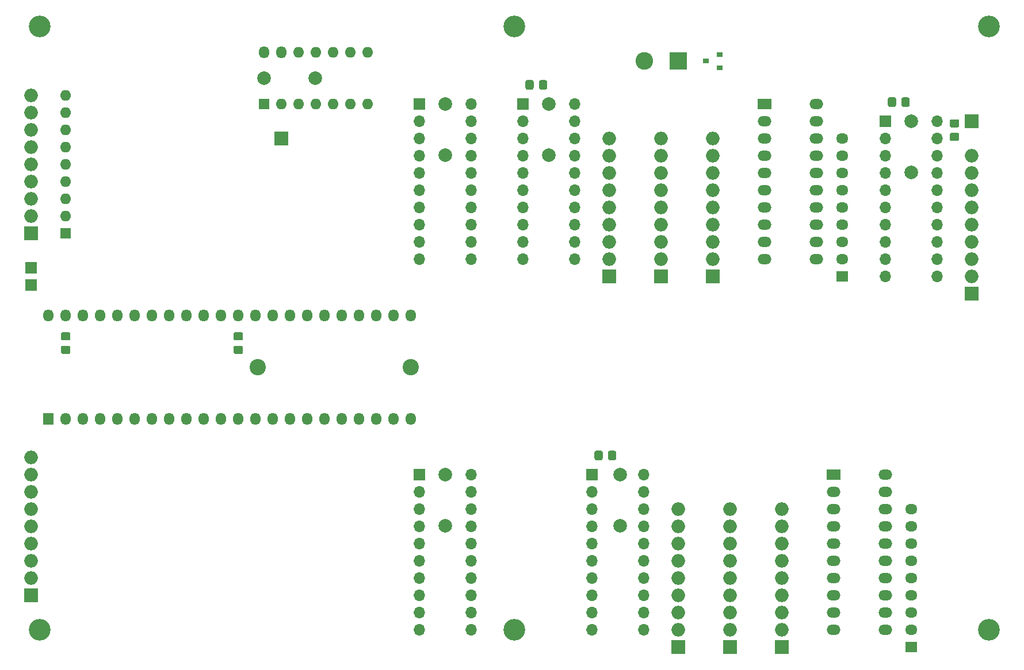
<source format=gbr>
%TF.GenerationSoftware,KiCad,Pcbnew,(5.1.8)-1*%
%TF.CreationDate,2024-08-14T23:24:58+03:00*%
%TF.ProjectId,ROM,524f4d2e-6b69-4636-9164-5f7063625858,rev?*%
%TF.SameCoordinates,Original*%
%TF.FileFunction,Soldermask,Bot*%
%TF.FilePolarity,Negative*%
%FSLAX46Y46*%
G04 Gerber Fmt 4.6, Leading zero omitted, Abs format (unit mm)*
G04 Created by KiCad (PCBNEW (5.1.8)-1) date 2024-08-14 23:24:58*
%MOMM*%
%LPD*%
G01*
G04 APERTURE LIST*
%ADD10C,2.000000*%
%ADD11C,2.400000*%
%ADD12R,0.900000X0.800000*%
%ADD13C,3.200000*%
%ADD14R,1.700000X1.700000*%
%ADD15O,2.000000X2.000000*%
%ADD16R,2.000000X2.000000*%
%ADD17O,1.800000X1.500000*%
%ADD18R,1.800000X1.500000*%
%ADD19O,2.000000X1.500000*%
%ADD20R,2.000000X1.500000*%
%ADD21O,1.600000X1.600000*%
%ADD22R,1.600000X1.600000*%
%ADD23O,1.500000X1.800000*%
%ADD24R,1.500000X1.800000*%
%ADD25C,2.600000*%
%ADD26R,2.600000X2.600000*%
%ADD27O,1.700000X1.700000*%
G04 APERTURE END LIST*
D10*
%TO.C,C7*%
X143510000Y-36710000D03*
X143510000Y-29210000D03*
%TD*%
%TO.C,C6*%
X55760000Y-22860000D03*
X48260000Y-22860000D03*
%TD*%
%TO.C,C5*%
X100647500Y-88780000D03*
X100647500Y-81280000D03*
%TD*%
%TO.C,C4*%
X90170000Y-34170000D03*
X90170000Y-26670000D03*
%TD*%
%TO.C,C3*%
X74930000Y-34170000D03*
X74930000Y-26670000D03*
%TD*%
%TO.C,C2*%
X74930000Y-88780000D03*
X74930000Y-81280000D03*
%TD*%
D11*
%TO.C,C1*%
X47350000Y-65405000D03*
X69850000Y-65405000D03*
%TD*%
D12*
%TO.C,Q1*%
X113300000Y-20320000D03*
X115300000Y-21270000D03*
X115300000Y-19370000D03*
%TD*%
D13*
%TO.C,H6*%
X85090000Y-104140000D03*
%TD*%
%TO.C,H5*%
X85090000Y-15240000D03*
%TD*%
D14*
%TO.C,J14*%
X13970000Y-50800000D03*
%TD*%
D15*
%TO.C,J13*%
X114300000Y-31750000D03*
X114300000Y-34290000D03*
X114300000Y-36830000D03*
X114300000Y-39370000D03*
X114300000Y-41910000D03*
X114300000Y-44450000D03*
X114300000Y-46990000D03*
X114300000Y-49530000D03*
D16*
X114300000Y-52070000D03*
%TD*%
D17*
%TO.C,RN3*%
X133350000Y-31750000D03*
X133350000Y-34290000D03*
X133350000Y-36830000D03*
X133350000Y-39370000D03*
X133350000Y-41910000D03*
X133350000Y-44450000D03*
X133350000Y-46990000D03*
X133350000Y-49530000D03*
D18*
X133350000Y-52070000D03*
%TD*%
D19*
%TO.C,BAR2*%
X129540000Y-26670000D03*
X129540000Y-29210000D03*
X129540000Y-31750000D03*
X129540000Y-34290000D03*
X121920000Y-46990000D03*
X121920000Y-49530000D03*
X129540000Y-49530000D03*
X129540000Y-46990000D03*
X121920000Y-44450000D03*
X121920000Y-41910000D03*
X121920000Y-39370000D03*
X121920000Y-36830000D03*
X129540000Y-36830000D03*
X129540000Y-39370000D03*
X129540000Y-41910000D03*
X129540000Y-44450000D03*
X121920000Y-34290000D03*
X121920000Y-31750000D03*
X121920000Y-29210000D03*
D20*
X121920000Y-26670000D03*
%TD*%
D19*
%TO.C,BAR1*%
X139700000Y-81280000D03*
X139700000Y-83820000D03*
X139700000Y-86360000D03*
X139700000Y-88900000D03*
X132080000Y-101600000D03*
X132080000Y-104140000D03*
X139700000Y-104140000D03*
X139700000Y-101600000D03*
X132080000Y-99060000D03*
X132080000Y-96520000D03*
X132080000Y-93980000D03*
X132080000Y-91440000D03*
X139700000Y-91440000D03*
X139700000Y-93980000D03*
X139700000Y-96520000D03*
X139700000Y-99060000D03*
X132080000Y-88900000D03*
X132080000Y-86360000D03*
X132080000Y-83820000D03*
D20*
X132080000Y-81280000D03*
%TD*%
D17*
%TO.C,RN2*%
X143510000Y-86360000D03*
X143510000Y-88900000D03*
X143510000Y-91440000D03*
X143510000Y-93980000D03*
X143510000Y-96520000D03*
X143510000Y-99060000D03*
X143510000Y-101600000D03*
X143510000Y-104140000D03*
D18*
X143510000Y-106680000D03*
%TD*%
%TO.C,R6*%
G36*
G01*
X150310001Y-30080000D02*
X149409999Y-30080000D01*
G75*
G02*
X149160000Y-29830001I0J249999D01*
G01*
X149160000Y-29129999D01*
G75*
G02*
X149409999Y-28880000I249999J0D01*
G01*
X150310001Y-28880000D01*
G75*
G02*
X150560000Y-29129999I0J-249999D01*
G01*
X150560000Y-29830001D01*
G75*
G02*
X150310001Y-30080000I-249999J0D01*
G01*
G37*
G36*
G01*
X150310001Y-32080000D02*
X149409999Y-32080000D01*
G75*
G02*
X149160000Y-31830001I0J249999D01*
G01*
X149160000Y-31129999D01*
G75*
G02*
X149409999Y-30880000I249999J0D01*
G01*
X150310001Y-30880000D01*
G75*
G02*
X150560000Y-31129999I0J-249999D01*
G01*
X150560000Y-31830001D01*
G75*
G02*
X150310001Y-32080000I-249999J0D01*
G01*
G37*
%TD*%
D21*
%TO.C,RN1*%
X19050000Y-25400000D03*
X19050000Y-27940000D03*
X19050000Y-30480000D03*
X19050000Y-33020000D03*
X19050000Y-35560000D03*
X19050000Y-38100000D03*
X19050000Y-40640000D03*
X19050000Y-43180000D03*
D22*
X19050000Y-45720000D03*
%TD*%
D23*
%TO.C,U1*%
X67310000Y-57785000D03*
X69850000Y-57785000D03*
X69850000Y-73025000D03*
X67310000Y-73025000D03*
X16510000Y-57785000D03*
X64770000Y-73025000D03*
X19050000Y-57785000D03*
X62230000Y-73025000D03*
X21590000Y-57785000D03*
X59690000Y-73025000D03*
X24130000Y-57785000D03*
X57150000Y-73025000D03*
X26670000Y-57785000D03*
X54610000Y-73025000D03*
X29210000Y-57785000D03*
X52070000Y-73025000D03*
X31750000Y-57785000D03*
X49530000Y-73025000D03*
X34290000Y-57785000D03*
X46990000Y-73025000D03*
X36830000Y-57785000D03*
X44450000Y-73025000D03*
X39370000Y-57785000D03*
X41910000Y-73025000D03*
X41910000Y-57785000D03*
X39370000Y-73025000D03*
X44450000Y-57785000D03*
X36830000Y-73025000D03*
X46990000Y-57785000D03*
X34290000Y-73025000D03*
X49530000Y-57785000D03*
X31750000Y-73025000D03*
X52070000Y-57785000D03*
X29210000Y-73025000D03*
X54610000Y-57785000D03*
X26670000Y-73025000D03*
X57150000Y-57785000D03*
X24130000Y-73025000D03*
X59690000Y-57785000D03*
X21590000Y-73025000D03*
X62230000Y-57785000D03*
X19050000Y-73025000D03*
X64770000Y-57785000D03*
D24*
X16510000Y-73025000D03*
%TD*%
D13*
%TO.C,H4*%
X154940000Y-104140000D03*
%TD*%
%TO.C,H3*%
X15240000Y-104140000D03*
%TD*%
%TO.C,H2*%
X154940000Y-15240000D03*
%TD*%
%TO.C,H1*%
X15240000Y-15240000D03*
%TD*%
D15*
%TO.C,J12*%
X13970000Y-25400000D03*
X13970000Y-27940000D03*
X13970000Y-30480000D03*
X13970000Y-33020000D03*
X13970000Y-35560000D03*
X13970000Y-38100000D03*
X13970000Y-40640000D03*
X13970000Y-43180000D03*
D16*
X13970000Y-45720000D03*
%TD*%
D15*
%TO.C,J3*%
X13970000Y-78740000D03*
X13970000Y-81280000D03*
X13970000Y-83820000D03*
X13970000Y-86360000D03*
X13970000Y-88900000D03*
X13970000Y-91440000D03*
X13970000Y-93980000D03*
X13970000Y-96520000D03*
D16*
X13970000Y-99060000D03*
%TD*%
%TO.C,J11*%
X152400000Y-29210000D03*
%TD*%
%TO.C,J10*%
X50800000Y-31750000D03*
%TD*%
D14*
%TO.C,J9*%
X13970000Y-53340000D03*
%TD*%
%TO.C,R5*%
G36*
G01*
X142052500Y-26802501D02*
X142052500Y-25902499D01*
G75*
G02*
X142302499Y-25652500I249999J0D01*
G01*
X143002501Y-25652500D01*
G75*
G02*
X143252500Y-25902499I0J-249999D01*
G01*
X143252500Y-26802501D01*
G75*
G02*
X143002501Y-27052500I-249999J0D01*
G01*
X142302499Y-27052500D01*
G75*
G02*
X142052500Y-26802501I0J249999D01*
G01*
G37*
G36*
G01*
X140052500Y-26802501D02*
X140052500Y-25902499D01*
G75*
G02*
X140302499Y-25652500I249999J0D01*
G01*
X141002501Y-25652500D01*
G75*
G02*
X141252500Y-25902499I0J-249999D01*
G01*
X141252500Y-26802501D01*
G75*
G02*
X141002501Y-27052500I-249999J0D01*
G01*
X140302499Y-27052500D01*
G75*
G02*
X140052500Y-26802501I0J249999D01*
G01*
G37*
%TD*%
%TO.C,R4*%
G36*
G01*
X88712500Y-24262501D02*
X88712500Y-23362499D01*
G75*
G02*
X88962499Y-23112500I249999J0D01*
G01*
X89662501Y-23112500D01*
G75*
G02*
X89912500Y-23362499I0J-249999D01*
G01*
X89912500Y-24262501D01*
G75*
G02*
X89662501Y-24512500I-249999J0D01*
G01*
X88962499Y-24512500D01*
G75*
G02*
X88712500Y-24262501I0J249999D01*
G01*
G37*
G36*
G01*
X86712500Y-24262501D02*
X86712500Y-23362499D01*
G75*
G02*
X86962499Y-23112500I249999J0D01*
G01*
X87662501Y-23112500D01*
G75*
G02*
X87912500Y-23362499I0J-249999D01*
G01*
X87912500Y-24262501D01*
G75*
G02*
X87662501Y-24512500I-249999J0D01*
G01*
X86962499Y-24512500D01*
G75*
G02*
X86712500Y-24262501I0J249999D01*
G01*
G37*
%TD*%
%TO.C,R3*%
G36*
G01*
X98872500Y-78872501D02*
X98872500Y-77972499D01*
G75*
G02*
X99122499Y-77722500I249999J0D01*
G01*
X99822501Y-77722500D01*
G75*
G02*
X100072500Y-77972499I0J-249999D01*
G01*
X100072500Y-78872501D01*
G75*
G02*
X99822501Y-79122500I-249999J0D01*
G01*
X99122499Y-79122500D01*
G75*
G02*
X98872500Y-78872501I0J249999D01*
G01*
G37*
G36*
G01*
X96872500Y-78872501D02*
X96872500Y-77972499D01*
G75*
G02*
X97122499Y-77722500I249999J0D01*
G01*
X97822501Y-77722500D01*
G75*
G02*
X98072500Y-77972499I0J-249999D01*
G01*
X98072500Y-78872501D01*
G75*
G02*
X97822501Y-79122500I-249999J0D01*
G01*
X97122499Y-79122500D01*
G75*
G02*
X96872500Y-78872501I0J249999D01*
G01*
G37*
%TD*%
D15*
%TO.C,J8*%
X106680000Y-31750000D03*
X106680000Y-34290000D03*
X106680000Y-36830000D03*
X106680000Y-39370000D03*
X106680000Y-41910000D03*
X106680000Y-44450000D03*
X106680000Y-46990000D03*
X106680000Y-49530000D03*
D16*
X106680000Y-52070000D03*
%TD*%
D15*
%TO.C,J7*%
X99060000Y-31750000D03*
X99060000Y-34290000D03*
X99060000Y-36830000D03*
X99060000Y-39370000D03*
X99060000Y-41910000D03*
X99060000Y-44450000D03*
X99060000Y-46990000D03*
X99060000Y-49530000D03*
D16*
X99060000Y-52070000D03*
%TD*%
D15*
%TO.C,J6*%
X124460000Y-86360000D03*
X124460000Y-88900000D03*
X124460000Y-91440000D03*
X124460000Y-93980000D03*
X124460000Y-96520000D03*
X124460000Y-99060000D03*
X124460000Y-101600000D03*
X124460000Y-104140000D03*
D16*
X124460000Y-106680000D03*
%TD*%
D15*
%TO.C,J5*%
X116840000Y-86360000D03*
X116840000Y-88900000D03*
X116840000Y-91440000D03*
X116840000Y-93980000D03*
X116840000Y-96520000D03*
X116840000Y-99060000D03*
X116840000Y-101600000D03*
X116840000Y-104140000D03*
D16*
X116840000Y-106680000D03*
%TD*%
D25*
%TO.C,J4*%
X104220000Y-20320000D03*
D26*
X109220000Y-20320000D03*
%TD*%
D15*
%TO.C,J2*%
X152400000Y-34290000D03*
X152400000Y-36830000D03*
X152400000Y-39370000D03*
X152400000Y-41910000D03*
X152400000Y-44450000D03*
X152400000Y-46990000D03*
X152400000Y-49530000D03*
X152400000Y-52070000D03*
D16*
X152400000Y-54610000D03*
%TD*%
D15*
%TO.C,J1*%
X109220000Y-86360000D03*
X109220000Y-88900000D03*
X109220000Y-91440000D03*
X109220000Y-93980000D03*
X109220000Y-96520000D03*
X109220000Y-99060000D03*
X109220000Y-101600000D03*
X109220000Y-104140000D03*
D16*
X109220000Y-106680000D03*
%TD*%
D27*
%TO.C,U7*%
X104140000Y-81280000D03*
X96520000Y-104140000D03*
X104140000Y-83820000D03*
X96520000Y-101600000D03*
X104140000Y-86360000D03*
X96520000Y-99060000D03*
X104140000Y-88900000D03*
X96520000Y-96520000D03*
X104140000Y-91440000D03*
X96520000Y-93980000D03*
X104140000Y-93980000D03*
X96520000Y-91440000D03*
X104140000Y-96520000D03*
X96520000Y-88900000D03*
X104140000Y-99060000D03*
X96520000Y-86360000D03*
X104140000Y-101600000D03*
X96520000Y-83820000D03*
X104140000Y-104140000D03*
D14*
X96520000Y-81280000D03*
%TD*%
D23*
%TO.C,U6*%
X48260000Y-19050000D03*
D21*
X63500000Y-26670000D03*
D23*
X50800000Y-19050000D03*
D21*
X60960000Y-26670000D03*
X53340000Y-19050000D03*
X58420000Y-26670000D03*
X55880000Y-19050000D03*
X55880000Y-26670000D03*
X58420000Y-19050000D03*
X53340000Y-26670000D03*
X60960000Y-19050000D03*
X50800000Y-26670000D03*
X63500000Y-19050000D03*
D22*
X48260000Y-26670000D03*
%TD*%
D27*
%TO.C,U5*%
X147320000Y-29210000D03*
X139700000Y-52070000D03*
X147320000Y-31750000D03*
X139700000Y-49530000D03*
X147320000Y-34290000D03*
X139700000Y-46990000D03*
X147320000Y-36830000D03*
X139700000Y-44450000D03*
X147320000Y-39370000D03*
X139700000Y-41910000D03*
X147320000Y-41910000D03*
X139700000Y-39370000D03*
X147320000Y-44450000D03*
X139700000Y-36830000D03*
X147320000Y-46990000D03*
X139700000Y-34290000D03*
X147320000Y-49530000D03*
X139700000Y-31750000D03*
X147320000Y-52070000D03*
D14*
X139700000Y-29210000D03*
%TD*%
D27*
%TO.C,U4*%
X93980000Y-26670000D03*
X86360000Y-49530000D03*
X93980000Y-29210000D03*
X86360000Y-46990000D03*
X93980000Y-31750000D03*
X86360000Y-44450000D03*
X93980000Y-34290000D03*
X86360000Y-41910000D03*
X93980000Y-36830000D03*
X86360000Y-39370000D03*
X93980000Y-39370000D03*
X86360000Y-36830000D03*
X93980000Y-41910000D03*
X86360000Y-34290000D03*
X93980000Y-44450000D03*
X86360000Y-31750000D03*
X93980000Y-46990000D03*
X86360000Y-29210000D03*
X93980000Y-49530000D03*
D14*
X86360000Y-26670000D03*
%TD*%
%TO.C,R2*%
G36*
G01*
X43999999Y-62265000D02*
X44900001Y-62265000D01*
G75*
G02*
X45150000Y-62514999I0J-249999D01*
G01*
X45150000Y-63215001D01*
G75*
G02*
X44900001Y-63465000I-249999J0D01*
G01*
X43999999Y-63465000D01*
G75*
G02*
X43750000Y-63215001I0J249999D01*
G01*
X43750000Y-62514999D01*
G75*
G02*
X43999999Y-62265000I249999J0D01*
G01*
G37*
G36*
G01*
X43999999Y-60265000D02*
X44900001Y-60265000D01*
G75*
G02*
X45150000Y-60514999I0J-249999D01*
G01*
X45150000Y-61215001D01*
G75*
G02*
X44900001Y-61465000I-249999J0D01*
G01*
X43999999Y-61465000D01*
G75*
G02*
X43750000Y-61215001I0J249999D01*
G01*
X43750000Y-60514999D01*
G75*
G02*
X43999999Y-60265000I249999J0D01*
G01*
G37*
%TD*%
%TO.C,R1*%
G36*
G01*
X18599999Y-62265000D02*
X19500001Y-62265000D01*
G75*
G02*
X19750000Y-62514999I0J-249999D01*
G01*
X19750000Y-63215001D01*
G75*
G02*
X19500001Y-63465000I-249999J0D01*
G01*
X18599999Y-63465000D01*
G75*
G02*
X18350000Y-63215001I0J249999D01*
G01*
X18350000Y-62514999D01*
G75*
G02*
X18599999Y-62265000I249999J0D01*
G01*
G37*
G36*
G01*
X18599999Y-60265000D02*
X19500001Y-60265000D01*
G75*
G02*
X19750000Y-60514999I0J-249999D01*
G01*
X19750000Y-61215001D01*
G75*
G02*
X19500001Y-61465000I-249999J0D01*
G01*
X18599999Y-61465000D01*
G75*
G02*
X18350000Y-61215001I0J249999D01*
G01*
X18350000Y-60514999D01*
G75*
G02*
X18599999Y-60265000I249999J0D01*
G01*
G37*
%TD*%
D27*
%TO.C,U3*%
X78740000Y-26670000D03*
X71120000Y-49530000D03*
X78740000Y-29210000D03*
X71120000Y-46990000D03*
X78740000Y-31750000D03*
X71120000Y-44450000D03*
X78740000Y-34290000D03*
X71120000Y-41910000D03*
X78740000Y-36830000D03*
X71120000Y-39370000D03*
X78740000Y-39370000D03*
X71120000Y-36830000D03*
X78740000Y-41910000D03*
X71120000Y-34290000D03*
X78740000Y-44450000D03*
X71120000Y-31750000D03*
X78740000Y-46990000D03*
X71120000Y-29210000D03*
X78740000Y-49530000D03*
D14*
X71120000Y-26670000D03*
%TD*%
D27*
%TO.C,U2*%
X78740000Y-81280000D03*
X71120000Y-104140000D03*
X78740000Y-83820000D03*
X71120000Y-101600000D03*
X78740000Y-86360000D03*
X71120000Y-99060000D03*
X78740000Y-88900000D03*
X71120000Y-96520000D03*
X78740000Y-91440000D03*
X71120000Y-93980000D03*
X78740000Y-93980000D03*
X71120000Y-91440000D03*
X78740000Y-96520000D03*
X71120000Y-88900000D03*
X78740000Y-99060000D03*
X71120000Y-86360000D03*
X78740000Y-101600000D03*
X71120000Y-83820000D03*
X78740000Y-104140000D03*
D14*
X71120000Y-81280000D03*
%TD*%
M02*

</source>
